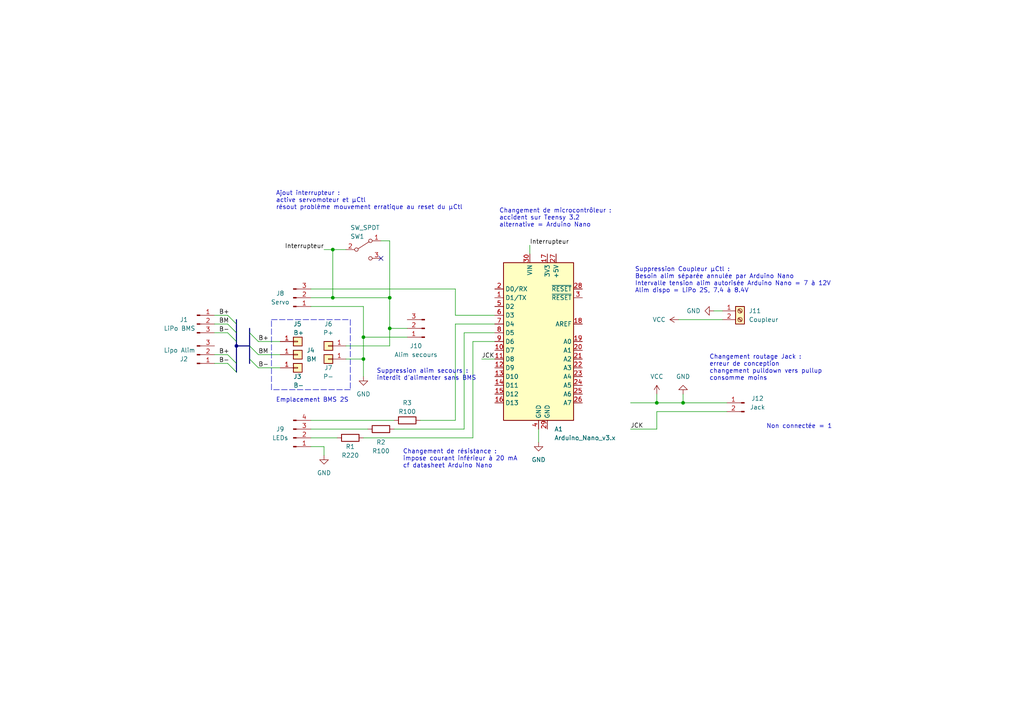
<source format=kicad_sch>
(kicad_sch (version 20211123) (generator eeschema)
  (paper "A4")
  (title_block (title "Séquenceur – Schéma électrique") (date "2022-07-15") (rev "4") (company "Top Aéro") (comment 1 "Zéphyr") (comment 2 "FX33") (comment 3 "Mohamed-iadh BANI & Théo TUGAYÉ"))
  (lib_symbols
    (symbol "Connector:Conn_01x02_Male" (pin_names (offset 1.016) hide)
      (property "Reference" "J" (at 0 2.54 0))
      (property "Value" "Conn_01x02_Male" (at 0 -5.08 0))
      (symbol "Conn_01x02_Male_1_1"
        (polyline (pts (xy 1.27 -2.54) (xy 0.8636 -2.54)) (stroke (width 0.1524)))
        (polyline (pts (xy 1.27 0) (xy 0.8636 0)) (stroke (width 0.1524)))
        (rectangle (start 0.8636 -2.413) (end 0 -2.667) (stroke (width 0.1524)) (fill (type outline)))
        (rectangle (start 0.8636 0.127) (end 0 -0.127) (stroke (width 0.1524)) (fill (type outline)))
        (pin passive line (at 5.08 0 180) (length 3.81) (name "Pin_1") (number "1"))
        (pin passive line (at 5.08 -2.54 180) (length 3.81) (name "Pin_2") (number "2"))
      )
    )
    (symbol "Connector:Conn_01x03_Male" (pin_names (offset 1.016) hide)
      (property "Reference" "J" (at 0 5.08 0))
      (property "Value" "Conn_01x03_Male" (at 0 -5.08 0))
      (symbol "Conn_01x03_Male_1_1"
        (polyline (pts (xy 1.27 -2.54) (xy 0.8636 -2.54)) (stroke (width 0.1524)))
        (polyline (pts (xy 1.27 0) (xy 0.8636 0)) (stroke (width 0.1524)))
        (polyline (pts (xy 1.27 2.54) (xy 0.8636 2.54)) (stroke (width 0.1524)))
        (rectangle (start 0.8636 -2.413) (end 0 -2.667) (stroke (width 0.1524)) (fill (type outline)))
        (rectangle (start 0.8636 0.127) (end 0 -0.127) (stroke (width 0.1524)) (fill (type outline)))
        (rectangle (start 0.8636 2.667) (end 0 2.413) (stroke (width 0.1524)) (fill (type outline)))
        (pin passive line (at 5.08 2.54 180) (length 3.81) (name "Pin_1") (number "1"))
        (pin passive line (at 5.08 0 180) (length 3.81) (name "Pin_2") (number "2"))
        (pin passive line (at 5.08 -2.54 180) (length 3.81) (name "Pin_3") (number "3"))
      )
    )
    (symbol "Connector:Conn_01x04_Male" (pin_names (offset 1.016) hide)
      (property "Reference" "J" (at 0 5.08 0))
      (property "Value" "Conn_01x04_Male" (at 0 -7.62 0))
      (symbol "Conn_01x04_Male_1_1"
        (polyline (pts (xy 1.27 -5.08) (xy 0.8636 -5.08)) (stroke (width 0.1524)))
        (polyline (pts (xy 1.27 -2.54) (xy 0.8636 -2.54)) (stroke (width 0.1524)))
        (polyline (pts (xy 1.27 0) (xy 0.8636 0)) (stroke (width 0.1524)))
        (polyline (pts (xy 1.27 2.54) (xy 0.8636 2.54)) (stroke (width 0.1524)))
        (rectangle (start 0.8636 -4.953) (end 0 -5.207) (stroke (width 0.1524)) (fill (type outline)))
        (rectangle (start 0.8636 -2.413) (end 0 -2.667) (stroke (width 0.1524)) (fill (type outline)))
        (rectangle (start 0.8636 0.127) (end 0 -0.127) (stroke (width 0.1524)) (fill (type outline)))
        (rectangle (start 0.8636 2.667) (end 0 2.413) (stroke (width 0.1524)) (fill (type outline)))
        (pin passive line (at 5.08 2.54 180) (length 3.81) (name "Pin_1") (number "1"))
        (pin passive line (at 5.08 0 180) (length 3.81) (name "Pin_2") (number "2"))
        (pin passive line (at 5.08 -2.54 180) (length 3.81) (name "Pin_3") (number "3"))
        (pin passive line (at 5.08 -5.08 180) (length 3.81) (name "Pin_4") (number "4"))
      )
    )
    (symbol "Connector:Screw_Terminal_01x02" (pin_names (offset 1.016) hide)
      (property "Reference" "J" (at 0 2.54 0))
      (property "Value" "Screw_Terminal_01x02" (at 0 -5.08 0))
      (symbol "Screw_Terminal_01x02_1_1"
        (rectangle (start -1.27 1.27) (end 1.27 -3.81) (stroke (width 0.254)) (fill (type background)))
        (circle (center 0 -2.54) (radius 0.635) (stroke (width 0.1524)))
        (polyline (pts (xy -0.5334 -2.2098) (xy 0.3302 -3.048)) (stroke (width 0.1524)))
        (polyline (pts (xy -0.5334 0.3302) (xy 0.3302 -0.508)) (stroke (width 0.1524)))
        (polyline (pts (xy -0.3556 -2.032) (xy 0.508 -2.8702)) (stroke (width 0.1524)))
        (polyline (pts (xy -0.3556 0.508) (xy 0.508 -0.3302)) (stroke (width 0.1524)))
        (circle (center 0 0) (radius 0.635) (stroke (width 0.1524)))
        (pin passive line (at -5.08 0 0) (length 3.81) (name "Pin_1") (number "1"))
        (pin passive line (at -5.08 -2.54 0) (length 3.81) (name "Pin_2") (number "2"))
      )
    )
    (symbol "Connector_Generic:Conn_01x01" (pin_names (offset 1.016) hide)
      (property "Reference" "J" (at 0 2.54 0))
      (property "Value" "Conn_01x01" (at 0 -2.54 0))
      (symbol "Conn_01x01_1_1"
        (rectangle (start -1.27 0.127) (end 0 -0.127) (stroke (width 0.1524)))
        (rectangle (start -1.27 1.27) (end 1.27 -1.27) (stroke (width 0.254)) (fill (type background)))
        (pin passive line (at -5.08 0 0) (length 3.81) (name "Pin_1") (number "1"))
      )
    )
    (symbol "Device:R" (pin_numbers hide) (pin_names (offset 0))
      (property "Reference" "R" (at 2.032 0 90))
      (property "Value" "R" (at 0 0 90))
      (symbol "R_0_1"
        (rectangle (start -1.016 -2.54) (end 1.016 2.54) (stroke (width 0.254)))
      )
      (symbol "R_1_1"
        (pin passive line (at 0 3.81 270) (length 1.27) (name "~") (number "1"))
        (pin passive line (at 0 -3.81 90) (length 1.27) (name "~") (number "2"))
      )
    )
    (symbol "MCU_Module:Arduino_Nano_v3.x"
      (property "Reference" "A" (at -10.16 23.495 0))
      (property "Value" "Arduino_Nano_v3.x" (at 5.08 -24.13 0))
      (symbol "Arduino_Nano_v3.x_0_1"
        (rectangle (start -10.16 22.86) (end 10.16 -22.86) (stroke (width 0.254)) (fill (type background)))
      )
      (symbol "Arduino_Nano_v3.x_1_1"
        (pin bidirectional line (at -12.7 12.7 0) (length 2.54) (name "D1/TX") (number "1"))
        (pin bidirectional line (at -12.7 -2.54 0) (length 2.54) (name "D7") (number "10"))
        (pin bidirectional line (at -12.7 -5.08 0) (length 2.54) (name "D8") (number "11"))
        (pin bidirectional line (at -12.7 -7.62 0) (length 2.54) (name "D9") (number "12"))
        (pin bidirectional line (at -12.7 -10.16 0) (length 2.54) (name "D10") (number "13"))
        (pin bidirectional line (at -12.7 -12.7 0) (length 2.54) (name "D11") (number "14"))
        (pin bidirectional line (at -12.7 -15.24 0) (length 2.54) (name "D12") (number "15"))
        (pin bidirectional line (at -12.7 -17.78 0) (length 2.54) (name "D13") (number "16"))
        (pin power_out line (at 2.54 25.4 270) (length 2.54) (name "3V3") (number "17"))
        (pin input line (at 12.7 5.08 180) (length 2.54) (name "AREF") (number "18"))
        (pin bidirectional line (at 12.7 0 180) (length 2.54) (name "A0") (number "19"))
        (pin bidirectional line (at -12.7 15.24 0) (length 2.54) (name "D0/RX") (number "2"))
        (pin bidirectional line (at 12.7 -2.54 180) (length 2.54) (name "A1") (number "20"))
        (pin bidirectional line (at 12.7 -5.08 180) (length 2.54) (name "A2") (number "21"))
        (pin bidirectional line (at 12.7 -7.62 180) (length 2.54) (name "A3") (number "22"))
        (pin bidirectional line (at 12.7 -10.16 180) (length 2.54) (name "A4") (number "23"))
        (pin bidirectional line (at 12.7 -12.7 180) (length 2.54) (name "A5") (number "24"))
        (pin bidirectional line (at 12.7 -15.24 180) (length 2.54) (name "A6") (number "25"))
        (pin bidirectional line (at 12.7 -17.78 180) (length 2.54) (name "A7") (number "26"))
        (pin power_out line (at 5.08 25.4 270) (length 2.54) (name "+5V") (number "27"))
        (pin input line (at 12.7 15.24 180) (length 2.54) (name "~{RESET}") (number "28"))
        (pin power_in line (at 2.54 -25.4 90) (length 2.54) (name "GND") (number "29"))
        (pin input line (at 12.7 12.7 180) (length 2.54) (name "~{RESET}") (number "3"))
        (pin power_in line (at -2.54 25.4 270) (length 2.54) (name "VIN") (number "30"))
        (pin power_in line (at 0 -25.4 90) (length 2.54) (name "GND") (number "4"))
        (pin bidirectional line (at -12.7 10.16 0) (length 2.54) (name "D2") (number "5"))
        (pin bidirectional line (at -12.7 7.62 0) (length 2.54) (name "D3") (number "6"))
        (pin bidirectional line (at -12.7 5.08 0) (length 2.54) (name "D4") (number "7"))
        (pin bidirectional line (at -12.7 2.54 0) (length 2.54) (name "D5") (number "8"))
        (pin bidirectional line (at -12.7 0 0) (length 2.54) (name "D6") (number "9"))
      )
    )
    (symbol "Switch:SW_SPDT" (pin_names (offset 0) hide)
      (property "Reference" "SW" (at 0 4.318 0))
      (property "Value" "SW_SPDT" (at 0 -5.08 0))
      (symbol "SW_SPDT_0_0"
        (circle (center -2.032 0) (radius 0.508))
        (circle (center 2.032 -2.54) (radius 0.508))
      )
      (symbol "SW_SPDT_0_1"
        (polyline (pts (xy -1.524 0.254) (xy 1.651 2.286)))
        (circle (center 2.032 2.54) (radius 0.508))
      )
      (symbol "SW_SPDT_1_1"
        (pin passive line (at 5.08 2.54 180) (length 2.54) (name "A") (number "1"))
        (pin passive line (at -5.08 0 0) (length 2.54) (name "B") (number "2"))
        (pin passive line (at 5.08 -2.54 180) (length 2.54) (name "C") (number "3"))
      )
    )
    (symbol "power:GND" (power) (pin_names (offset 0))
      (property "Value" "GND" (at 0 -3.81 0))
      (symbol "GND_0_1"
        (polyline (pts (xy 0 0) (xy 0 -1.27) (xy 1.27 -1.27) (xy 0 -2.54) (xy -1.27 -1.27) (xy 0 -1.27)))
      )
      (symbol "GND_1_1"
        (pin power_in line (at 0 0 270) (length 0) hide (name "GND") (number "1"))
      )
    )
    (symbol "power:VCC" (power) (pin_names (offset 0))
      (property "Value" "VCC" (at 0 3.81 0))
      (symbol "VCC_0_1"
        (polyline (pts (xy -0.762 1.27) (xy 0 2.54)))
        (polyline (pts (xy 0 0) (xy 0 2.54)))
        (polyline (pts (xy 0 2.54) (xy 0.762 1.27)))
      )
      (symbol "VCC_1_1"
        (pin power_in line (at 0 0 90) (length 0) hide (name "VCC") (number "1"))
      )
    )
  )
  (junction (at 113.03 86.36))
  (junction (at 105.41 104.14))
  (junction (at 105.41 97.79))
  (junction (at 198.12 116.84))
  (junction (at 68.58 100.33))
  (junction (at 96.52 72.39))
  (junction (at 113.03 95.25))
  (junction (at 96.52 86.36))
  (junction (at 190.5 116.84))
  (no_connect (at 110.49 74.93))
  (bus_entry (at 66.04 91.44) (size 2.54 2.54))
  (bus_entry (at 66.04 93.98) (size 2.54 2.54))
  (bus_entry (at 66.04 96.52) (size 2.54 2.54))
  (bus_entry (at 66.04 105.41) (size 2.54 2.54))
  (bus_entry (at 66.04 102.87) (size 2.54 2.54))
  (bus_entry (at 72.39 96.52) (size 2.54 2.54))
  (bus_entry (at 72.39 100.33) (size 2.54 2.54))
  (bus_entry (at 72.39 104.14) (size 2.54 2.54))
  (wire (pts (xy 90.17 129.54) (xy 93.98 129.54)))
  (wire (pts (xy 190.5 124.46) (xy 190.5 119.38)))
  (wire (pts (xy 198.12 116.84) (xy 210.82 116.84)))
  (wire (pts (xy 105.41 104.14) (xy 105.41 109.22)))
  (wire (pts (xy 137.16 99.06) (xy 143.51 99.06)))
  (polyline (pts (xy 78.74 113.03) (xy 78.74 92.71)))
  (wire (pts (xy 113.03 95.25) (xy 118.11 95.25)))
  (wire (pts (xy 113.03 69.85) (xy 110.49 69.85)))
  (polyline (pts (xy 101.6 92.71) (xy 101.6 113.03)))
  (wire (pts (xy 156.21 124.46) (xy 156.21 128.27)))
  (wire (pts (xy 153.67 71.12) (xy 153.67 73.66)))
  (wire (pts (xy 105.41 97.79) (xy 118.11 97.79)))
  (bus (pts (xy 68.58 96.52) (xy 68.58 99.06)))
  (wire (pts (xy 190.5 119.38) (xy 210.82 119.38)))
  (bus (pts (xy 68.58 105.41) (xy 68.58 107.95)))
  (wire (pts (xy 182.88 116.84) (xy 190.5 116.84)))
  (wire (pts (xy 113.03 95.25) (xy 113.03 100.33)))
  (wire (pts (xy 121.92 121.92) (xy 132.08 121.92)))
  (wire (pts (xy 90.17 83.82) (xy 132.08 83.82)))
  (wire (pts (xy 62.23 91.44) (xy 66.04 91.44)))
  (wire (pts (xy 132.08 91.44) (xy 132.08 83.82)))
  (wire (pts (xy 90.17 127) (xy 97.79 127)))
  (wire (pts (xy 113.03 86.36) (xy 113.03 95.25)))
  (wire (pts (xy 90.17 121.92) (xy 114.3 121.92)))
  (bus (pts (xy 68.58 93.98) (xy 68.58 96.52)))
  (wire (pts (xy 90.17 124.46) (xy 106.68 124.46)))
  (wire (pts (xy 105.41 88.9) (xy 105.41 97.79)))
  (bus (pts (xy 68.58 99.06) (xy 68.58 100.33)))
  (wire (pts (xy 74.93 102.87) (xy 81.28 102.87)))
  (wire (pts (xy 74.93 99.06) (xy 81.28 99.06)))
  (wire (pts (xy 62.23 102.87) (xy 66.04 102.87)))
  (wire (pts (xy 190.5 116.84) (xy 198.12 116.84)))
  (wire (pts (xy 143.51 91.44) (xy 132.08 91.44)))
  (wire (pts (xy 105.41 127) (xy 137.16 127)))
  (bus (pts (xy 72.39 96.52) (xy 72.39 100.33)))
  (wire (pts (xy 74.93 106.68) (xy 81.28 106.68)))
  (wire (pts (xy 96.52 72.39) (xy 100.33 72.39)))
  (polyline (pts (xy 101.6 113.03) (xy 78.74 113.03)))
  (wire (pts (xy 190.5 116.84) (xy 190.5 114.3)))
  (wire (pts (xy 96.52 86.36) (xy 113.03 86.36)))
  (wire (pts (xy 62.23 105.41) (xy 66.04 105.41)))
  (wire (pts (xy 90.17 88.9) (xy 105.41 88.9)))
  (bus (pts (xy 72.39 100.33) (xy 68.58 100.33)))
  (wire (pts (xy 132.08 93.98) (xy 143.51 93.98)))
  (wire (pts (xy 196.85 92.71) (xy 209.55 92.71)))
  (wire (pts (xy 105.41 97.79) (xy 105.41 104.14)))
  (wire (pts (xy 96.52 72.39) (xy 96.52 86.36)))
  (bus (pts (xy 72.39 104.14) (xy 72.39 105.41)))
  (wire (pts (xy 132.08 121.92) (xy 132.08 93.98)))
  (wire (pts (xy 134.62 124.46) (xy 134.62 96.52)))
  (wire (pts (xy 182.88 124.46) (xy 190.5 124.46)))
  (wire (pts (xy 209.55 90.17) (xy 207.01 90.17)))
  (bus (pts (xy 68.58 92.71) (xy 68.58 93.98)))
  (wire (pts (xy 62.23 93.98) (xy 66.04 93.98)))
  (wire (pts (xy 198.12 114.3) (xy 198.12 116.84)))
  (wire (pts (xy 113.03 69.85) (xy 113.03 86.36)))
  (bus (pts (xy 72.39 95.25) (xy 72.39 96.52)))
  (wire (pts (xy 62.23 96.52) (xy 66.04 96.52)))
  (wire (pts (xy 134.62 96.52) (xy 143.51 96.52)))
  (wire (pts (xy 100.33 104.14) (xy 105.41 104.14)))
  (wire (pts (xy 114.3 124.46) (xy 134.62 124.46)))
  (wire (pts (xy 90.17 86.36) (xy 96.52 86.36)))
  (bus (pts (xy 68.58 100.33) (xy 68.58 105.41)))
  (bus (pts (xy 72.39 100.33) (xy 72.39 104.14)))
  (wire (pts (xy 93.98 72.39) (xy 96.52 72.39)))
  (wire (pts (xy 143.51 104.14) (xy 139.7 104.14)))
  (wire (pts (xy 100.33 100.33) (xy 113.03 100.33)))
  (polyline (pts (xy 78.74 92.71) (xy 101.6 92.71)))
  (wire (pts (xy 137.16 127) (xy 137.16 99.06)))
  (wire (pts (xy 93.98 129.54) (xy 93.98 132.08)))
  (text "Ajout interrupteur :\nactive servomoteur et µCtl\nrésout problème mouvement erratique au reset du µCtl\n" (at 80.01 60.96 0) (effects (font (size 1.27 1.27)) (justify left bottom)))
  (text "Non connectée = 1" (at 222.25 124.46 0) (effects (font (size 1.27 1.27)) (justify left bottom)))
  (text "Changement de microcontrôleur :\naccident sur Teensy 3.2\nalternative = Arduino Nano" (at 144.78 66.04 0) (effects (font (size 1.27 1.27)) (justify left bottom)))
  (text "Suppression alim secours :\ninterdit d'alimenter sans BMS" (at 109.22 110.49 0) (effects (font (size 1.27 1.27)) (justify left bottom)))
  (text "Suppression Coupleur µCtl :\nBesoin alim séparée annulée par Arduino Nano\nIntervalle tension alim autorisée Arduino Nano = 7 à 12V\nAlim dispo = LiPo 2S, 7.4 à 8.4V\n" (at 184.15 85.09 0) (effects (font (size 1.27 1.27)) (justify left bottom)))
  (text "Changement routage Jack :\nerreur de conception\nchangement pulldown vers pullup\nconsomme moins" (at 205.74 110.49 0) (effects (font (size 1.27 1.27)) (justify left bottom)))
  (text "Emplacement BMS 2S\n" (at 80.01 116.84 0) (effects (font (size 1.27 1.27)) (justify left bottom)))
  (text "Changement de résistance :\nimpose courant inférieur à 20 mA\ncf datasheet Arduino Nano" (at 116.84 135.89 0) (effects (font (size 1.27 1.27)) (justify left bottom)))
  (label "BM" (at 74.93 102.87 0))
  (label "JCK" (at 139.7 104.14 0))
  (label "B-" (at 63.5 96.52 0))
  (label "B+" (at 74.93 99.06 0))
  (label "Interrupteur" (at 93.98 72.39 180))
  (label "Interrupteur" (at 153.67 71.12 0))
  (label "B-" (at 63.5 105.41 0))
  (label "BM" (at 63.5 93.98 0))
  (label "JCK" (at 182.88 124.46 0))
  (label "B-" (at 74.93 106.68 0))
  (label "B+" (at 63.5 91.44 0))
  (label "B+" (at 63.5 102.87 0))
  (symbol (lib_id "power:VCC") (at 190.5 114.3 0) (unit 1)
    (property "Reference" "#PWR04" (effects hide))
    (property "Value" "VCC" (at 190.5 109.22 0))
  )
  (symbol (lib_id "Connector_Generic:Conn_01x01") (at 95.25 104.14 0) (mirror y) (unit 1)
    (property "Reference" "J7" (at 95.25 106.68 0))
    (property "Value" "P-" (at 95.25 109.22 0))
    (property "Footprint" "Connector_PinSocket_2.54mm:PinSocket_1x01_P2.54mm_Vertical" (effects hide))
  )
  (symbol (lib_id "power:VCC") (at 196.85 92.71 90) (unit 1)
    (property "Reference" "#PWR05" (effects hide))
    (property "Value" "VCC" (at 189.23 92.71 90) (effects (justify right)))
  )
  (symbol (lib_id "Connector:Conn_01x04_Male") (at 85.09 127 0) (mirror x) (unit 1)
    (property "Reference" "J9" (at 81.28 124.46 0))
    (property "Value" "LEDs" (at 81.28 127 0))
    (property "Footprint" "Connector_JST:JST_XH_B4B-XH-A_1x04_P2.50mm_Vertical" (effects hide))
  )
  (symbol (lib_id "power:GND") (at 207.01 90.17 270) (unit 1)
    (property "Reference" "#PWR06" (effects hide))
    (property "Value" "GND" (at 203.2 90.1701 90) (effects (justify right)))
  )
  (symbol (lib_id "Connector_Generic:Conn_01x01") (at 86.36 99.06 0) (unit 1)
    (property "Reference" "J3" (at 85.09 109.22 0) (effects (justify left)))
    (property "Value" "B+" (at 85.09 96.52 0) (effects (justify left)))
    (property "Footprint" "Connector_PinSocket_2.54mm:PinSocket_1x01_P2.54mm_Vertical" (effects hide))
  )
  (symbol (lib_id "Connector:Screw_Terminal_01x02") (at 214.63 90.17 0) (unit 1)
    (property "Reference" "J11" (at 217.17 90.1699 0) (effects (justify left)))
    (property "Value" "Coupleur" (at 217.17 92.7099 0) (effects (justify left)))
    (property "Footprint" "TerminalBlock_Phoenix:TerminalBlock_Phoenix_MKDS-1,5-2-5.08_1x02_P5.08mm_Horizontal" (effects hide))
  )
  (symbol (lib_id "Device:R") (at 101.6 127 90) (unit 1)
    (property "Reference" "R1" (at 101.6 129.54 90))
    (property "Value" "R220" (at 101.6 132.08 90))
    (property "Footprint" "Resistor_THT:R_Axial_DIN0207_L6.3mm_D2.5mm_P15.24mm_Horizontal" (effects hide))
  )
  (symbol (lib_id "power:GND") (at 93.98 132.08 0) (mirror y) (unit 1)
    (property "Reference" "#PWR02" (effects hide))
    (property "Value" "GND" (at 93.98 137.16 0))
  )
  (symbol (lib_id "Connector:Conn_01x02_Male") (at 215.9 116.84 0) (mirror y) (unit 1)
    (property "Reference" "J12" (at 219.71 115.57 0))
    (property "Value" "Jack" (at 219.71 118.11 0))
    (property "Footprint" "Connector_JST:JST_XH_B2B-XH-A_1x02_P2.50mm_Vertical" (effects hide))
  )
  (symbol (lib_id "Connector_Generic:Conn_01x01") (at 86.36 106.68 0) (unit 1)
    (property "Reference" "J5" (at 85.09 93.98 0) (effects (justify left)))
    (property "Value" "B-" (at 85.09 111.76 0) (effects (justify left)))
    (property "Footprint" "Connector_PinSocket_2.54mm:PinSocket_1x01_P2.54mm_Vertical" (effects hide))
  )
  (symbol (lib_id "Connector:Conn_01x03_Male") (at 85.09 86.36 0) (mirror x) (unit 1)
    (property "Reference" "J8" (at 81.28 85.09 0))
    (property "Value" "Servo" (at 81.28 87.63 0))
    (property "Footprint" "Connector_JST:JST_XH_B3B-XH-A_1x03_P2.50mm_Vertical" (effects hide))
  )
  (symbol (lib_id "Connector:Conn_01x03_Male") (at 57.15 93.98 0) (unit 1)
    (property "Reference" "J1" (at 53.34 92.71 0))
    (property "Value" "LiPo BMS" (at 52.07 95.25 0))
    (property "Footprint" "Connector_JST:JST_XH_B3B-XH-A_1x03_P2.50mm_Vertical" (effects hide))
  )
  (symbol (lib_id "Device:R") (at 110.49 124.46 90) (unit 1)
    (property "Reference" "R2" (at 110.49 128.27 90))
    (property "Value" "R100" (at 110.49 130.81 90))
    (property "Footprint" "Resistor_THT:R_Axial_DIN0207_L6.3mm_D2.5mm_P15.24mm_Horizontal" (effects hide))
  )
  (symbol (lib_id "Device:R") (at 118.11 121.92 90) (unit 1)
    (property "Reference" "R3" (at 118.11 116.84 90))
    (property "Value" "R100" (at 118.11 119.38 90))
    (property "Footprint" "Resistor_THT:R_Axial_DIN0207_L6.3mm_D2.5mm_P15.24mm_Horizontal" (effects hide))
  )
  (symbol (lib_id "power:GND") (at 198.12 114.3 180) (unit 1)
    (property "Reference" "#PWR07" (effects hide))
    (property "Value" "GND" (at 198.12 109.22 0))
  )
  (symbol (lib_id "Connector:Conn_01x03_Male") (at 57.15 102.87 0) (mirror x) (unit 1)
    (property "Reference" "J2" (at 53.34 104.14 0))
    (property "Value" "Lipo Alim" (at 52.07 101.6 0))
    (property "Footprint" "Connector_PinHeader_2.54mm:PinHeader_1x03_P2.54mm_Vertical" (effects hide))
  )
  (symbol (lib_id "power:GND") (at 156.21 128.27 0) (unit 1)
    (property "Reference" "#PWR03" (effects hide))
    (property "Value" "GND" (at 156.21 133.35 0))
  )
  (symbol (lib_id "Connector_Generic:Conn_01x01") (at 95.25 100.33 0) (mirror y) (unit 1)
    (property "Reference" "J6" (at 95.25 93.98 0))
    (property "Value" "P+" (at 95.25 96.52 0))
    (property "Footprint" "Connector_PinSocket_2.54mm:PinSocket_1x01_P2.54mm_Vertical" (effects hide))
  )
  (symbol (lib_id "Connector:Conn_01x03_Male") (at 123.19 95.25 180) (unit 1)
    (property "Reference" "J10" (at 120.65 100.33 0))
    (property "Value" "Alim secours" (at 120.65 102.87 0))
    (property "Footprint" "Connector_PinHeader_2.54mm:PinHeader_1x03_P2.54mm_Vertical" (effects hide))
  )
  (symbol (lib_id "power:GND") (at 105.41 109.22 0) (mirror y) (unit 1)
    (property "Reference" "#PWR01" (effects hide))
    (property "Value" "GND" (at 105.41 114.3 0))
  )
  (symbol (lib_id "Connector_Generic:Conn_01x01") (at 86.36 102.87 0) (unit 1)
    (property "Reference" "J4" (at 88.9 101.6 0) (effects (justify left)))
    (property "Value" "BM" (at 88.9 104.14 0) (effects (justify left)))
    (property "Footprint" "Connector_PinSocket_2.54mm:PinSocket_1x01_P2.54mm_Vertical" (effects hide))
  )
  (symbol (lib_id "MCU_Module:Arduino_Nano_v3.x") (at 156.21 99.06 0) (unit 1)
    (property "Reference" "A1" (at 160.7694 124.46 0) (effects (justify left)))
    (property "Value" "Arduino_Nano_v3.x" (at 160.7694 127 0) (effects (justify left)))
    (property "Footprint" "Module:Arduino_Nano" (effects hide))
    (property "Datasheet" "http://www.mouser.com/pdfdocs/Gravitech_Arduino_Nano3_0.pdf" (effects hide))
  )
  (symbol (lib_id "Switch:SW_SPDT") (at 105.41 72.39 0) (unit 1)
    (property "Reference" "SW1" (at 101.6 68.58 0) (effects (justify left)))
    (property "Value" "SW_SPDT" (at 101.6 66.04 0) (effects (justify left)))
  )
)
</source>
